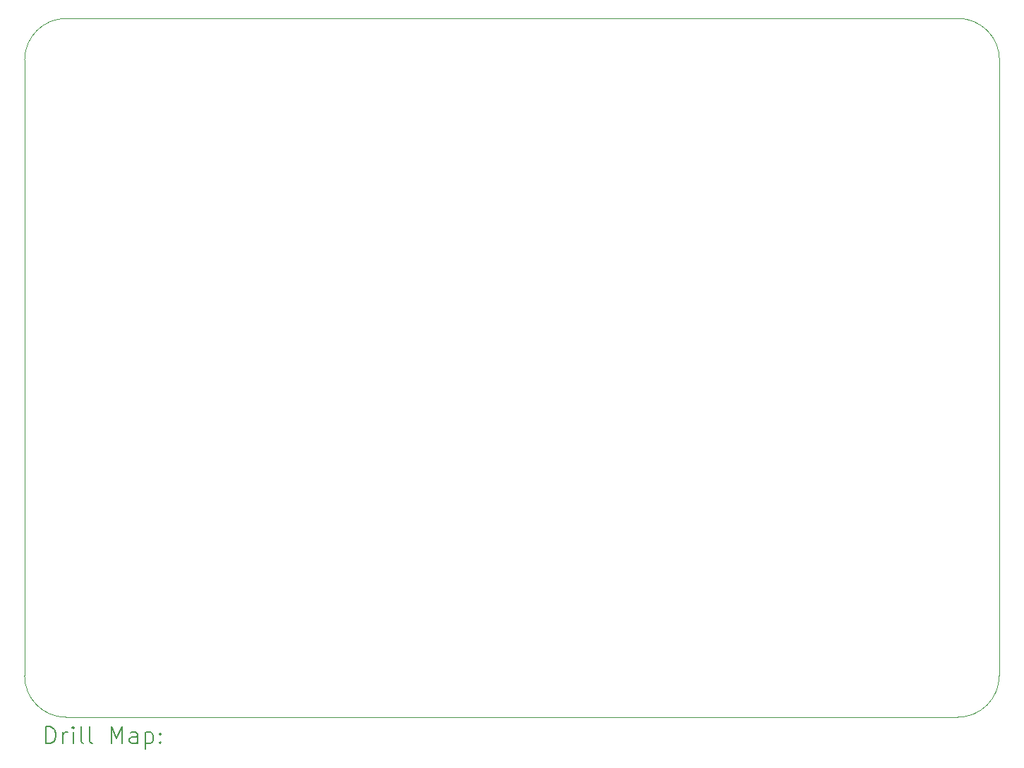
<source format=gbr>
%TF.GenerationSoftware,KiCad,Pcbnew,8.0.3*%
%TF.CreationDate,2024-06-17T00:00:51-05:00*%
%TF.ProjectId,Linear Power Supply - Summer 2024,4c696e65-6172-4205-906f-776572205375,rev?*%
%TF.SameCoordinates,Original*%
%TF.FileFunction,Drillmap*%
%TF.FilePolarity,Positive*%
%FSLAX45Y45*%
G04 Gerber Fmt 4.5, Leading zero omitted, Abs format (unit mm)*
G04 Created by KiCad (PCBNEW 8.0.3) date 2024-06-17 00:00:51*
%MOMM*%
%LPD*%
G01*
G04 APERTURE LIST*
%ADD10C,0.050000*%
%ADD11C,0.200000*%
G04 APERTURE END LIST*
D10*
X21050000Y-5253553D02*
G75*
G02*
X21549997Y-5753553I0J-499997D01*
G01*
X21546447Y-13146447D02*
X21546447Y-5900000D01*
X10350000Y-13642893D02*
G75*
G02*
X9853557Y-13146447I0J496443D01*
G01*
X21546447Y-13146447D02*
G75*
G02*
X21050000Y-13642897I-496447J-3D01*
G01*
X21546447Y-5900000D02*
X21550000Y-5803553D01*
X9853553Y-13146447D02*
X9853553Y-5753553D01*
X21050000Y-5253553D02*
X10353553Y-5253553D01*
X21550000Y-5803553D02*
X21550000Y-5753553D01*
X9853553Y-5753553D02*
G75*
G02*
X10353553Y-5253553I500000J0D01*
G01*
X10350000Y-13642893D02*
X21050000Y-13642893D01*
D11*
X10111830Y-13956877D02*
X10111830Y-13756877D01*
X10111830Y-13756877D02*
X10159449Y-13756877D01*
X10159449Y-13756877D02*
X10188021Y-13766401D01*
X10188021Y-13766401D02*
X10207068Y-13785448D01*
X10207068Y-13785448D02*
X10216592Y-13804496D01*
X10216592Y-13804496D02*
X10226116Y-13842591D01*
X10226116Y-13842591D02*
X10226116Y-13871163D01*
X10226116Y-13871163D02*
X10216592Y-13909258D01*
X10216592Y-13909258D02*
X10207068Y-13928305D01*
X10207068Y-13928305D02*
X10188021Y-13947353D01*
X10188021Y-13947353D02*
X10159449Y-13956877D01*
X10159449Y-13956877D02*
X10111830Y-13956877D01*
X10311830Y-13956877D02*
X10311830Y-13823544D01*
X10311830Y-13861639D02*
X10321354Y-13842591D01*
X10321354Y-13842591D02*
X10330878Y-13833067D01*
X10330878Y-13833067D02*
X10349925Y-13823544D01*
X10349925Y-13823544D02*
X10368973Y-13823544D01*
X10435640Y-13956877D02*
X10435640Y-13823544D01*
X10435640Y-13756877D02*
X10426116Y-13766401D01*
X10426116Y-13766401D02*
X10435640Y-13775925D01*
X10435640Y-13775925D02*
X10445164Y-13766401D01*
X10445164Y-13766401D02*
X10435640Y-13756877D01*
X10435640Y-13756877D02*
X10435640Y-13775925D01*
X10559449Y-13956877D02*
X10540402Y-13947353D01*
X10540402Y-13947353D02*
X10530878Y-13928305D01*
X10530878Y-13928305D02*
X10530878Y-13756877D01*
X10664211Y-13956877D02*
X10645164Y-13947353D01*
X10645164Y-13947353D02*
X10635640Y-13928305D01*
X10635640Y-13928305D02*
X10635640Y-13756877D01*
X10892783Y-13956877D02*
X10892783Y-13756877D01*
X10892783Y-13756877D02*
X10959449Y-13899734D01*
X10959449Y-13899734D02*
X11026116Y-13756877D01*
X11026116Y-13756877D02*
X11026116Y-13956877D01*
X11207068Y-13956877D02*
X11207068Y-13852115D01*
X11207068Y-13852115D02*
X11197544Y-13833067D01*
X11197544Y-13833067D02*
X11178497Y-13823544D01*
X11178497Y-13823544D02*
X11140402Y-13823544D01*
X11140402Y-13823544D02*
X11121354Y-13833067D01*
X11207068Y-13947353D02*
X11188021Y-13956877D01*
X11188021Y-13956877D02*
X11140402Y-13956877D01*
X11140402Y-13956877D02*
X11121354Y-13947353D01*
X11121354Y-13947353D02*
X11111830Y-13928305D01*
X11111830Y-13928305D02*
X11111830Y-13909258D01*
X11111830Y-13909258D02*
X11121354Y-13890210D01*
X11121354Y-13890210D02*
X11140402Y-13880686D01*
X11140402Y-13880686D02*
X11188021Y-13880686D01*
X11188021Y-13880686D02*
X11207068Y-13871163D01*
X11302306Y-13823544D02*
X11302306Y-14023544D01*
X11302306Y-13833067D02*
X11321354Y-13823544D01*
X11321354Y-13823544D02*
X11359449Y-13823544D01*
X11359449Y-13823544D02*
X11378497Y-13833067D01*
X11378497Y-13833067D02*
X11388021Y-13842591D01*
X11388021Y-13842591D02*
X11397544Y-13861639D01*
X11397544Y-13861639D02*
X11397544Y-13918782D01*
X11397544Y-13918782D02*
X11388021Y-13937829D01*
X11388021Y-13937829D02*
X11378497Y-13947353D01*
X11378497Y-13947353D02*
X11359449Y-13956877D01*
X11359449Y-13956877D02*
X11321354Y-13956877D01*
X11321354Y-13956877D02*
X11302306Y-13947353D01*
X11483259Y-13937829D02*
X11492783Y-13947353D01*
X11492783Y-13947353D02*
X11483259Y-13956877D01*
X11483259Y-13956877D02*
X11473735Y-13947353D01*
X11473735Y-13947353D02*
X11483259Y-13937829D01*
X11483259Y-13937829D02*
X11483259Y-13956877D01*
X11483259Y-13833067D02*
X11492783Y-13842591D01*
X11492783Y-13842591D02*
X11483259Y-13852115D01*
X11483259Y-13852115D02*
X11473735Y-13842591D01*
X11473735Y-13842591D02*
X11483259Y-13833067D01*
X11483259Y-13833067D02*
X11483259Y-13852115D01*
M02*

</source>
